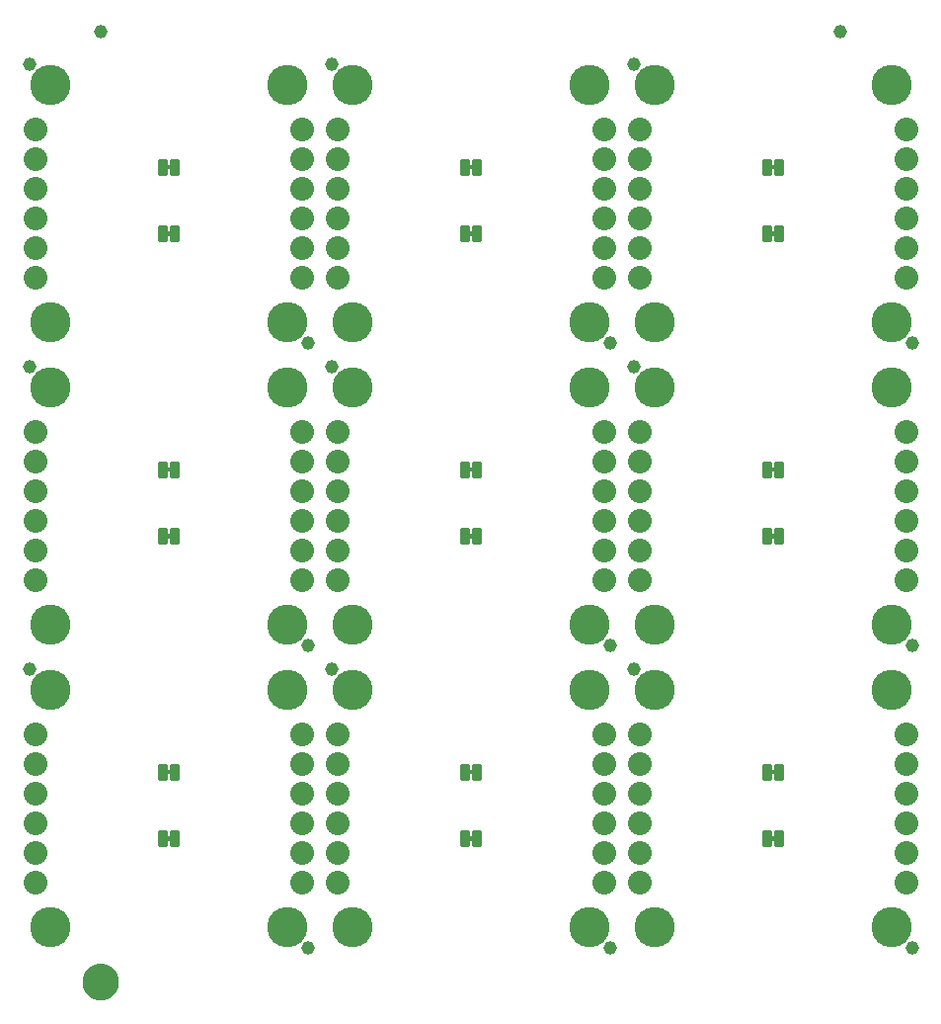
<source format=gbs>
G04 EAGLE Gerber RS-274X export*
G75*
%MOMM*%
%FSLAX34Y34*%
%LPD*%
%INSoldermask Bottom*%
%IPPOS*%
%AMOC8*
5,1,8,0,0,1.08239X$1,22.5*%
G01*
%ADD10C,2.032000*%
%ADD11C,3.454400*%
%ADD12C,1.152400*%
%ADD13C,0.251966*%
%ADD14C,1.270000*%
%ADD15C,1.652400*%

G36*
X647130Y675017D02*
X647130Y675017D01*
X647196Y675019D01*
X647239Y675037D01*
X647286Y675045D01*
X647343Y675079D01*
X647403Y675104D01*
X647438Y675135D01*
X647479Y675160D01*
X647521Y675211D01*
X647569Y675255D01*
X647591Y675297D01*
X647620Y675334D01*
X647641Y675396D01*
X647672Y675455D01*
X647680Y675509D01*
X647692Y675546D01*
X647691Y675586D01*
X647699Y675640D01*
X647699Y678180D01*
X647688Y678245D01*
X647686Y678311D01*
X647668Y678354D01*
X647660Y678401D01*
X647626Y678458D01*
X647601Y678518D01*
X647570Y678553D01*
X647545Y678594D01*
X647494Y678636D01*
X647450Y678684D01*
X647408Y678706D01*
X647371Y678735D01*
X647309Y678756D01*
X647250Y678787D01*
X647196Y678795D01*
X647159Y678807D01*
X647119Y678806D01*
X647065Y678814D01*
X643255Y678814D01*
X643190Y678803D01*
X643124Y678801D01*
X643081Y678783D01*
X643034Y678775D01*
X642977Y678741D01*
X642917Y678716D01*
X642882Y678685D01*
X642841Y678660D01*
X642800Y678609D01*
X642751Y678565D01*
X642729Y678523D01*
X642700Y678486D01*
X642679Y678424D01*
X642648Y678365D01*
X642640Y678311D01*
X642628Y678274D01*
X642628Y678271D01*
X642629Y678234D01*
X642621Y678180D01*
X642621Y675640D01*
X642632Y675575D01*
X642634Y675509D01*
X642652Y675466D01*
X642660Y675419D01*
X642694Y675362D01*
X642719Y675302D01*
X642750Y675267D01*
X642775Y675226D01*
X642826Y675185D01*
X642870Y675136D01*
X642912Y675114D01*
X642949Y675085D01*
X643011Y675064D01*
X643070Y675033D01*
X643124Y675025D01*
X643161Y675013D01*
X643201Y675014D01*
X643255Y675006D01*
X647065Y675006D01*
X647130Y675017D01*
G37*
G36*
X388050Y675017D02*
X388050Y675017D01*
X388116Y675019D01*
X388159Y675037D01*
X388206Y675045D01*
X388263Y675079D01*
X388323Y675104D01*
X388358Y675135D01*
X388399Y675160D01*
X388441Y675211D01*
X388489Y675255D01*
X388511Y675297D01*
X388540Y675334D01*
X388561Y675396D01*
X388592Y675455D01*
X388600Y675509D01*
X388612Y675546D01*
X388611Y675586D01*
X388619Y675640D01*
X388619Y678180D01*
X388608Y678245D01*
X388606Y678311D01*
X388588Y678354D01*
X388580Y678401D01*
X388546Y678458D01*
X388521Y678518D01*
X388490Y678553D01*
X388465Y678594D01*
X388414Y678636D01*
X388370Y678684D01*
X388328Y678706D01*
X388291Y678735D01*
X388229Y678756D01*
X388170Y678787D01*
X388116Y678795D01*
X388079Y678807D01*
X388039Y678806D01*
X387985Y678814D01*
X384175Y678814D01*
X384110Y678803D01*
X384044Y678801D01*
X384001Y678783D01*
X383954Y678775D01*
X383897Y678741D01*
X383837Y678716D01*
X383802Y678685D01*
X383761Y678660D01*
X383720Y678609D01*
X383671Y678565D01*
X383649Y678523D01*
X383620Y678486D01*
X383599Y678424D01*
X383568Y678365D01*
X383560Y678311D01*
X383548Y678274D01*
X383548Y678271D01*
X383549Y678234D01*
X383541Y678180D01*
X383541Y675640D01*
X383552Y675575D01*
X383554Y675509D01*
X383572Y675466D01*
X383580Y675419D01*
X383614Y675362D01*
X383639Y675302D01*
X383670Y675267D01*
X383695Y675226D01*
X383746Y675185D01*
X383790Y675136D01*
X383832Y675114D01*
X383869Y675085D01*
X383931Y675064D01*
X383990Y675033D01*
X384044Y675025D01*
X384081Y675013D01*
X384121Y675014D01*
X384175Y675006D01*
X387985Y675006D01*
X388050Y675017D01*
G37*
G36*
X128970Y675017D02*
X128970Y675017D01*
X129036Y675019D01*
X129079Y675037D01*
X129126Y675045D01*
X129183Y675079D01*
X129243Y675104D01*
X129278Y675135D01*
X129319Y675160D01*
X129361Y675211D01*
X129409Y675255D01*
X129431Y675297D01*
X129460Y675334D01*
X129481Y675396D01*
X129512Y675455D01*
X129520Y675509D01*
X129532Y675546D01*
X129531Y675586D01*
X129539Y675640D01*
X129539Y678180D01*
X129528Y678245D01*
X129526Y678311D01*
X129508Y678354D01*
X129500Y678401D01*
X129466Y678458D01*
X129441Y678518D01*
X129410Y678553D01*
X129385Y678594D01*
X129334Y678636D01*
X129290Y678684D01*
X129248Y678706D01*
X129211Y678735D01*
X129149Y678756D01*
X129090Y678787D01*
X129036Y678795D01*
X128999Y678807D01*
X128959Y678806D01*
X128905Y678814D01*
X125095Y678814D01*
X125030Y678803D01*
X124964Y678801D01*
X124921Y678783D01*
X124874Y678775D01*
X124817Y678741D01*
X124757Y678716D01*
X124722Y678685D01*
X124681Y678660D01*
X124640Y678609D01*
X124591Y678565D01*
X124569Y678523D01*
X124540Y678486D01*
X124519Y678424D01*
X124488Y678365D01*
X124480Y678311D01*
X124468Y678274D01*
X124468Y678271D01*
X124469Y678234D01*
X124461Y678180D01*
X124461Y675640D01*
X124472Y675575D01*
X124474Y675509D01*
X124492Y675466D01*
X124500Y675419D01*
X124534Y675362D01*
X124559Y675302D01*
X124590Y675267D01*
X124615Y675226D01*
X124666Y675185D01*
X124710Y675136D01*
X124752Y675114D01*
X124789Y675085D01*
X124851Y675064D01*
X124910Y675033D01*
X124964Y675025D01*
X125001Y675013D01*
X125041Y675014D01*
X125095Y675006D01*
X128905Y675006D01*
X128970Y675017D01*
G37*
G36*
X128970Y617867D02*
X128970Y617867D01*
X129036Y617869D01*
X129079Y617887D01*
X129126Y617895D01*
X129183Y617929D01*
X129243Y617954D01*
X129278Y617985D01*
X129319Y618010D01*
X129361Y618061D01*
X129409Y618105D01*
X129431Y618147D01*
X129460Y618184D01*
X129481Y618246D01*
X129512Y618305D01*
X129520Y618359D01*
X129532Y618396D01*
X129531Y618436D01*
X129539Y618490D01*
X129539Y621030D01*
X129528Y621095D01*
X129526Y621161D01*
X129508Y621204D01*
X129500Y621251D01*
X129466Y621308D01*
X129441Y621368D01*
X129410Y621403D01*
X129385Y621444D01*
X129334Y621486D01*
X129290Y621534D01*
X129248Y621556D01*
X129211Y621585D01*
X129149Y621606D01*
X129090Y621637D01*
X129036Y621645D01*
X128999Y621657D01*
X128959Y621656D01*
X128905Y621664D01*
X125095Y621664D01*
X125030Y621653D01*
X124964Y621651D01*
X124921Y621633D01*
X124874Y621625D01*
X124817Y621591D01*
X124757Y621566D01*
X124722Y621535D01*
X124681Y621510D01*
X124640Y621459D01*
X124591Y621415D01*
X124569Y621373D01*
X124540Y621336D01*
X124519Y621274D01*
X124488Y621215D01*
X124480Y621161D01*
X124468Y621124D01*
X124468Y621121D01*
X124469Y621084D01*
X124461Y621030D01*
X124461Y618490D01*
X124472Y618425D01*
X124474Y618359D01*
X124492Y618316D01*
X124500Y618269D01*
X124534Y618212D01*
X124559Y618152D01*
X124590Y618117D01*
X124615Y618076D01*
X124666Y618035D01*
X124710Y617986D01*
X124752Y617964D01*
X124789Y617935D01*
X124851Y617914D01*
X124910Y617883D01*
X124964Y617875D01*
X125001Y617863D01*
X125041Y617864D01*
X125095Y617856D01*
X128905Y617856D01*
X128970Y617867D01*
G37*
G36*
X647130Y617867D02*
X647130Y617867D01*
X647196Y617869D01*
X647239Y617887D01*
X647286Y617895D01*
X647343Y617929D01*
X647403Y617954D01*
X647438Y617985D01*
X647479Y618010D01*
X647521Y618061D01*
X647569Y618105D01*
X647591Y618147D01*
X647620Y618184D01*
X647641Y618246D01*
X647672Y618305D01*
X647680Y618359D01*
X647692Y618396D01*
X647691Y618436D01*
X647699Y618490D01*
X647699Y621030D01*
X647688Y621095D01*
X647686Y621161D01*
X647668Y621204D01*
X647660Y621251D01*
X647626Y621308D01*
X647601Y621368D01*
X647570Y621403D01*
X647545Y621444D01*
X647494Y621486D01*
X647450Y621534D01*
X647408Y621556D01*
X647371Y621585D01*
X647309Y621606D01*
X647250Y621637D01*
X647196Y621645D01*
X647159Y621657D01*
X647119Y621656D01*
X647065Y621664D01*
X643255Y621664D01*
X643190Y621653D01*
X643124Y621651D01*
X643081Y621633D01*
X643034Y621625D01*
X642977Y621591D01*
X642917Y621566D01*
X642882Y621535D01*
X642841Y621510D01*
X642800Y621459D01*
X642751Y621415D01*
X642729Y621373D01*
X642700Y621336D01*
X642679Y621274D01*
X642648Y621215D01*
X642640Y621161D01*
X642628Y621124D01*
X642628Y621121D01*
X642629Y621084D01*
X642621Y621030D01*
X642621Y618490D01*
X642632Y618425D01*
X642634Y618359D01*
X642652Y618316D01*
X642660Y618269D01*
X642694Y618212D01*
X642719Y618152D01*
X642750Y618117D01*
X642775Y618076D01*
X642826Y618035D01*
X642870Y617986D01*
X642912Y617964D01*
X642949Y617935D01*
X643011Y617914D01*
X643070Y617883D01*
X643124Y617875D01*
X643161Y617863D01*
X643201Y617864D01*
X643255Y617856D01*
X647065Y617856D01*
X647130Y617867D01*
G37*
G36*
X388050Y617867D02*
X388050Y617867D01*
X388116Y617869D01*
X388159Y617887D01*
X388206Y617895D01*
X388263Y617929D01*
X388323Y617954D01*
X388358Y617985D01*
X388399Y618010D01*
X388441Y618061D01*
X388489Y618105D01*
X388511Y618147D01*
X388540Y618184D01*
X388561Y618246D01*
X388592Y618305D01*
X388600Y618359D01*
X388612Y618396D01*
X388611Y618436D01*
X388619Y618490D01*
X388619Y621030D01*
X388608Y621095D01*
X388606Y621161D01*
X388588Y621204D01*
X388580Y621251D01*
X388546Y621308D01*
X388521Y621368D01*
X388490Y621403D01*
X388465Y621444D01*
X388414Y621486D01*
X388370Y621534D01*
X388328Y621556D01*
X388291Y621585D01*
X388229Y621606D01*
X388170Y621637D01*
X388116Y621645D01*
X388079Y621657D01*
X388039Y621656D01*
X387985Y621664D01*
X384175Y621664D01*
X384110Y621653D01*
X384044Y621651D01*
X384001Y621633D01*
X383954Y621625D01*
X383897Y621591D01*
X383837Y621566D01*
X383802Y621535D01*
X383761Y621510D01*
X383720Y621459D01*
X383671Y621415D01*
X383649Y621373D01*
X383620Y621336D01*
X383599Y621274D01*
X383568Y621215D01*
X383560Y621161D01*
X383548Y621124D01*
X383548Y621121D01*
X383549Y621084D01*
X383541Y621030D01*
X383541Y618490D01*
X383552Y618425D01*
X383554Y618359D01*
X383572Y618316D01*
X383580Y618269D01*
X383614Y618212D01*
X383639Y618152D01*
X383670Y618117D01*
X383695Y618076D01*
X383746Y618035D01*
X383790Y617986D01*
X383832Y617964D01*
X383869Y617935D01*
X383931Y617914D01*
X383990Y617883D01*
X384044Y617875D01*
X384081Y617863D01*
X384121Y617864D01*
X384175Y617856D01*
X387985Y617856D01*
X388050Y617867D01*
G37*
G36*
X647130Y415937D02*
X647130Y415937D01*
X647196Y415939D01*
X647239Y415957D01*
X647286Y415965D01*
X647343Y415999D01*
X647403Y416024D01*
X647438Y416055D01*
X647479Y416080D01*
X647521Y416131D01*
X647569Y416175D01*
X647591Y416217D01*
X647620Y416254D01*
X647641Y416316D01*
X647672Y416375D01*
X647680Y416429D01*
X647692Y416466D01*
X647691Y416506D01*
X647699Y416560D01*
X647699Y419100D01*
X647688Y419165D01*
X647686Y419231D01*
X647668Y419274D01*
X647660Y419321D01*
X647626Y419378D01*
X647601Y419438D01*
X647570Y419473D01*
X647545Y419514D01*
X647494Y419556D01*
X647450Y419604D01*
X647408Y419626D01*
X647371Y419655D01*
X647309Y419676D01*
X647250Y419707D01*
X647196Y419715D01*
X647159Y419727D01*
X647119Y419726D01*
X647065Y419734D01*
X643255Y419734D01*
X643190Y419723D01*
X643124Y419721D01*
X643081Y419703D01*
X643034Y419695D01*
X642977Y419661D01*
X642917Y419636D01*
X642882Y419605D01*
X642841Y419580D01*
X642800Y419529D01*
X642751Y419485D01*
X642729Y419443D01*
X642700Y419406D01*
X642679Y419344D01*
X642648Y419285D01*
X642640Y419231D01*
X642628Y419194D01*
X642628Y419191D01*
X642629Y419154D01*
X642621Y419100D01*
X642621Y416560D01*
X642632Y416495D01*
X642634Y416429D01*
X642652Y416386D01*
X642660Y416339D01*
X642694Y416282D01*
X642719Y416222D01*
X642750Y416187D01*
X642775Y416146D01*
X642826Y416105D01*
X642870Y416056D01*
X642912Y416034D01*
X642949Y416005D01*
X643011Y415984D01*
X643070Y415953D01*
X643124Y415945D01*
X643161Y415933D01*
X643201Y415934D01*
X643255Y415926D01*
X647065Y415926D01*
X647130Y415937D01*
G37*
G36*
X128970Y415937D02*
X128970Y415937D01*
X129036Y415939D01*
X129079Y415957D01*
X129126Y415965D01*
X129183Y415999D01*
X129243Y416024D01*
X129278Y416055D01*
X129319Y416080D01*
X129361Y416131D01*
X129409Y416175D01*
X129431Y416217D01*
X129460Y416254D01*
X129481Y416316D01*
X129512Y416375D01*
X129520Y416429D01*
X129532Y416466D01*
X129531Y416506D01*
X129539Y416560D01*
X129539Y419100D01*
X129528Y419165D01*
X129526Y419231D01*
X129508Y419274D01*
X129500Y419321D01*
X129466Y419378D01*
X129441Y419438D01*
X129410Y419473D01*
X129385Y419514D01*
X129334Y419556D01*
X129290Y419604D01*
X129248Y419626D01*
X129211Y419655D01*
X129149Y419676D01*
X129090Y419707D01*
X129036Y419715D01*
X128999Y419727D01*
X128959Y419726D01*
X128905Y419734D01*
X125095Y419734D01*
X125030Y419723D01*
X124964Y419721D01*
X124921Y419703D01*
X124874Y419695D01*
X124817Y419661D01*
X124757Y419636D01*
X124722Y419605D01*
X124681Y419580D01*
X124640Y419529D01*
X124591Y419485D01*
X124569Y419443D01*
X124540Y419406D01*
X124519Y419344D01*
X124488Y419285D01*
X124480Y419231D01*
X124468Y419194D01*
X124468Y419191D01*
X124469Y419154D01*
X124461Y419100D01*
X124461Y416560D01*
X124472Y416495D01*
X124474Y416429D01*
X124492Y416386D01*
X124500Y416339D01*
X124534Y416282D01*
X124559Y416222D01*
X124590Y416187D01*
X124615Y416146D01*
X124666Y416105D01*
X124710Y416056D01*
X124752Y416034D01*
X124789Y416005D01*
X124851Y415984D01*
X124910Y415953D01*
X124964Y415945D01*
X125001Y415933D01*
X125041Y415934D01*
X125095Y415926D01*
X128905Y415926D01*
X128970Y415937D01*
G37*
G36*
X388050Y415937D02*
X388050Y415937D01*
X388116Y415939D01*
X388159Y415957D01*
X388206Y415965D01*
X388263Y415999D01*
X388323Y416024D01*
X388358Y416055D01*
X388399Y416080D01*
X388441Y416131D01*
X388489Y416175D01*
X388511Y416217D01*
X388540Y416254D01*
X388561Y416316D01*
X388592Y416375D01*
X388600Y416429D01*
X388612Y416466D01*
X388611Y416506D01*
X388619Y416560D01*
X388619Y419100D01*
X388608Y419165D01*
X388606Y419231D01*
X388588Y419274D01*
X388580Y419321D01*
X388546Y419378D01*
X388521Y419438D01*
X388490Y419473D01*
X388465Y419514D01*
X388414Y419556D01*
X388370Y419604D01*
X388328Y419626D01*
X388291Y419655D01*
X388229Y419676D01*
X388170Y419707D01*
X388116Y419715D01*
X388079Y419727D01*
X388039Y419726D01*
X387985Y419734D01*
X384175Y419734D01*
X384110Y419723D01*
X384044Y419721D01*
X384001Y419703D01*
X383954Y419695D01*
X383897Y419661D01*
X383837Y419636D01*
X383802Y419605D01*
X383761Y419580D01*
X383720Y419529D01*
X383671Y419485D01*
X383649Y419443D01*
X383620Y419406D01*
X383599Y419344D01*
X383568Y419285D01*
X383560Y419231D01*
X383548Y419194D01*
X383548Y419191D01*
X383549Y419154D01*
X383541Y419100D01*
X383541Y416560D01*
X383552Y416495D01*
X383554Y416429D01*
X383572Y416386D01*
X383580Y416339D01*
X383614Y416282D01*
X383639Y416222D01*
X383670Y416187D01*
X383695Y416146D01*
X383746Y416105D01*
X383790Y416056D01*
X383832Y416034D01*
X383869Y416005D01*
X383931Y415984D01*
X383990Y415953D01*
X384044Y415945D01*
X384081Y415933D01*
X384121Y415934D01*
X384175Y415926D01*
X387985Y415926D01*
X388050Y415937D01*
G37*
G36*
X647130Y358787D02*
X647130Y358787D01*
X647196Y358789D01*
X647239Y358807D01*
X647286Y358815D01*
X647343Y358849D01*
X647403Y358874D01*
X647438Y358905D01*
X647479Y358930D01*
X647521Y358981D01*
X647569Y359025D01*
X647591Y359067D01*
X647620Y359104D01*
X647641Y359166D01*
X647672Y359225D01*
X647680Y359279D01*
X647692Y359316D01*
X647691Y359356D01*
X647699Y359410D01*
X647699Y361950D01*
X647688Y362015D01*
X647686Y362081D01*
X647668Y362124D01*
X647660Y362171D01*
X647626Y362228D01*
X647601Y362288D01*
X647570Y362323D01*
X647545Y362364D01*
X647494Y362406D01*
X647450Y362454D01*
X647408Y362476D01*
X647371Y362505D01*
X647309Y362526D01*
X647250Y362557D01*
X647196Y362565D01*
X647159Y362577D01*
X647119Y362576D01*
X647065Y362584D01*
X643255Y362584D01*
X643190Y362573D01*
X643124Y362571D01*
X643081Y362553D01*
X643034Y362545D01*
X642977Y362511D01*
X642917Y362486D01*
X642882Y362455D01*
X642841Y362430D01*
X642800Y362379D01*
X642751Y362335D01*
X642729Y362293D01*
X642700Y362256D01*
X642679Y362194D01*
X642648Y362135D01*
X642640Y362081D01*
X642628Y362044D01*
X642628Y362041D01*
X642629Y362004D01*
X642621Y361950D01*
X642621Y359410D01*
X642632Y359345D01*
X642634Y359279D01*
X642652Y359236D01*
X642660Y359189D01*
X642694Y359132D01*
X642719Y359072D01*
X642750Y359037D01*
X642775Y358996D01*
X642826Y358955D01*
X642870Y358906D01*
X642912Y358884D01*
X642949Y358855D01*
X643011Y358834D01*
X643070Y358803D01*
X643124Y358795D01*
X643161Y358783D01*
X643201Y358784D01*
X643255Y358776D01*
X647065Y358776D01*
X647130Y358787D01*
G37*
G36*
X388050Y358787D02*
X388050Y358787D01*
X388116Y358789D01*
X388159Y358807D01*
X388206Y358815D01*
X388263Y358849D01*
X388323Y358874D01*
X388358Y358905D01*
X388399Y358930D01*
X388441Y358981D01*
X388489Y359025D01*
X388511Y359067D01*
X388540Y359104D01*
X388561Y359166D01*
X388592Y359225D01*
X388600Y359279D01*
X388612Y359316D01*
X388611Y359356D01*
X388619Y359410D01*
X388619Y361950D01*
X388608Y362015D01*
X388606Y362081D01*
X388588Y362124D01*
X388580Y362171D01*
X388546Y362228D01*
X388521Y362288D01*
X388490Y362323D01*
X388465Y362364D01*
X388414Y362406D01*
X388370Y362454D01*
X388328Y362476D01*
X388291Y362505D01*
X388229Y362526D01*
X388170Y362557D01*
X388116Y362565D01*
X388079Y362577D01*
X388039Y362576D01*
X387985Y362584D01*
X384175Y362584D01*
X384110Y362573D01*
X384044Y362571D01*
X384001Y362553D01*
X383954Y362545D01*
X383897Y362511D01*
X383837Y362486D01*
X383802Y362455D01*
X383761Y362430D01*
X383720Y362379D01*
X383671Y362335D01*
X383649Y362293D01*
X383620Y362256D01*
X383599Y362194D01*
X383568Y362135D01*
X383560Y362081D01*
X383548Y362044D01*
X383548Y362041D01*
X383549Y362004D01*
X383541Y361950D01*
X383541Y359410D01*
X383552Y359345D01*
X383554Y359279D01*
X383572Y359236D01*
X383580Y359189D01*
X383614Y359132D01*
X383639Y359072D01*
X383670Y359037D01*
X383695Y358996D01*
X383746Y358955D01*
X383790Y358906D01*
X383832Y358884D01*
X383869Y358855D01*
X383931Y358834D01*
X383990Y358803D01*
X384044Y358795D01*
X384081Y358783D01*
X384121Y358784D01*
X384175Y358776D01*
X387985Y358776D01*
X388050Y358787D01*
G37*
G36*
X128970Y358787D02*
X128970Y358787D01*
X129036Y358789D01*
X129079Y358807D01*
X129126Y358815D01*
X129183Y358849D01*
X129243Y358874D01*
X129278Y358905D01*
X129319Y358930D01*
X129361Y358981D01*
X129409Y359025D01*
X129431Y359067D01*
X129460Y359104D01*
X129481Y359166D01*
X129512Y359225D01*
X129520Y359279D01*
X129532Y359316D01*
X129531Y359356D01*
X129539Y359410D01*
X129539Y361950D01*
X129528Y362015D01*
X129526Y362081D01*
X129508Y362124D01*
X129500Y362171D01*
X129466Y362228D01*
X129441Y362288D01*
X129410Y362323D01*
X129385Y362364D01*
X129334Y362406D01*
X129290Y362454D01*
X129248Y362476D01*
X129211Y362505D01*
X129149Y362526D01*
X129090Y362557D01*
X129036Y362565D01*
X128999Y362577D01*
X128959Y362576D01*
X128905Y362584D01*
X125095Y362584D01*
X125030Y362573D01*
X124964Y362571D01*
X124921Y362553D01*
X124874Y362545D01*
X124817Y362511D01*
X124757Y362486D01*
X124722Y362455D01*
X124681Y362430D01*
X124640Y362379D01*
X124591Y362335D01*
X124569Y362293D01*
X124540Y362256D01*
X124519Y362194D01*
X124488Y362135D01*
X124480Y362081D01*
X124468Y362044D01*
X124468Y362041D01*
X124469Y362004D01*
X124461Y361950D01*
X124461Y359410D01*
X124472Y359345D01*
X124474Y359279D01*
X124492Y359236D01*
X124500Y359189D01*
X124534Y359132D01*
X124559Y359072D01*
X124590Y359037D01*
X124615Y358996D01*
X124666Y358955D01*
X124710Y358906D01*
X124752Y358884D01*
X124789Y358855D01*
X124851Y358834D01*
X124910Y358803D01*
X124964Y358795D01*
X125001Y358783D01*
X125041Y358784D01*
X125095Y358776D01*
X128905Y358776D01*
X128970Y358787D01*
G37*
G36*
X647130Y156857D02*
X647130Y156857D01*
X647196Y156859D01*
X647239Y156877D01*
X647286Y156885D01*
X647343Y156919D01*
X647403Y156944D01*
X647438Y156975D01*
X647479Y157000D01*
X647521Y157051D01*
X647569Y157095D01*
X647591Y157137D01*
X647620Y157174D01*
X647641Y157236D01*
X647672Y157295D01*
X647680Y157349D01*
X647692Y157386D01*
X647691Y157426D01*
X647699Y157480D01*
X647699Y160020D01*
X647688Y160085D01*
X647686Y160151D01*
X647668Y160194D01*
X647660Y160241D01*
X647626Y160298D01*
X647601Y160358D01*
X647570Y160393D01*
X647545Y160434D01*
X647494Y160476D01*
X647450Y160524D01*
X647408Y160546D01*
X647371Y160575D01*
X647309Y160596D01*
X647250Y160627D01*
X647196Y160635D01*
X647159Y160647D01*
X647119Y160646D01*
X647065Y160654D01*
X643255Y160654D01*
X643190Y160643D01*
X643124Y160641D01*
X643081Y160623D01*
X643034Y160615D01*
X642977Y160581D01*
X642917Y160556D01*
X642882Y160525D01*
X642841Y160500D01*
X642800Y160449D01*
X642751Y160405D01*
X642729Y160363D01*
X642700Y160326D01*
X642679Y160264D01*
X642648Y160205D01*
X642640Y160151D01*
X642628Y160114D01*
X642628Y160111D01*
X642629Y160074D01*
X642621Y160020D01*
X642621Y157480D01*
X642632Y157415D01*
X642634Y157349D01*
X642652Y157306D01*
X642660Y157259D01*
X642694Y157202D01*
X642719Y157142D01*
X642750Y157107D01*
X642775Y157066D01*
X642826Y157025D01*
X642870Y156976D01*
X642912Y156954D01*
X642949Y156925D01*
X643011Y156904D01*
X643070Y156873D01*
X643124Y156865D01*
X643161Y156853D01*
X643201Y156854D01*
X643255Y156846D01*
X647065Y156846D01*
X647130Y156857D01*
G37*
G36*
X388050Y156857D02*
X388050Y156857D01*
X388116Y156859D01*
X388159Y156877D01*
X388206Y156885D01*
X388263Y156919D01*
X388323Y156944D01*
X388358Y156975D01*
X388399Y157000D01*
X388441Y157051D01*
X388489Y157095D01*
X388511Y157137D01*
X388540Y157174D01*
X388561Y157236D01*
X388592Y157295D01*
X388600Y157349D01*
X388612Y157386D01*
X388611Y157426D01*
X388619Y157480D01*
X388619Y160020D01*
X388608Y160085D01*
X388606Y160151D01*
X388588Y160194D01*
X388580Y160241D01*
X388546Y160298D01*
X388521Y160358D01*
X388490Y160393D01*
X388465Y160434D01*
X388414Y160476D01*
X388370Y160524D01*
X388328Y160546D01*
X388291Y160575D01*
X388229Y160596D01*
X388170Y160627D01*
X388116Y160635D01*
X388079Y160647D01*
X388039Y160646D01*
X387985Y160654D01*
X384175Y160654D01*
X384110Y160643D01*
X384044Y160641D01*
X384001Y160623D01*
X383954Y160615D01*
X383897Y160581D01*
X383837Y160556D01*
X383802Y160525D01*
X383761Y160500D01*
X383720Y160449D01*
X383671Y160405D01*
X383649Y160363D01*
X383620Y160326D01*
X383599Y160264D01*
X383568Y160205D01*
X383560Y160151D01*
X383548Y160114D01*
X383548Y160111D01*
X383549Y160074D01*
X383541Y160020D01*
X383541Y157480D01*
X383552Y157415D01*
X383554Y157349D01*
X383572Y157306D01*
X383580Y157259D01*
X383614Y157202D01*
X383639Y157142D01*
X383670Y157107D01*
X383695Y157066D01*
X383746Y157025D01*
X383790Y156976D01*
X383832Y156954D01*
X383869Y156925D01*
X383931Y156904D01*
X383990Y156873D01*
X384044Y156865D01*
X384081Y156853D01*
X384121Y156854D01*
X384175Y156846D01*
X387985Y156846D01*
X388050Y156857D01*
G37*
G36*
X128970Y156857D02*
X128970Y156857D01*
X129036Y156859D01*
X129079Y156877D01*
X129126Y156885D01*
X129183Y156919D01*
X129243Y156944D01*
X129278Y156975D01*
X129319Y157000D01*
X129361Y157051D01*
X129409Y157095D01*
X129431Y157137D01*
X129460Y157174D01*
X129481Y157236D01*
X129512Y157295D01*
X129520Y157349D01*
X129532Y157386D01*
X129531Y157426D01*
X129539Y157480D01*
X129539Y160020D01*
X129528Y160085D01*
X129526Y160151D01*
X129508Y160194D01*
X129500Y160241D01*
X129466Y160298D01*
X129441Y160358D01*
X129410Y160393D01*
X129385Y160434D01*
X129334Y160476D01*
X129290Y160524D01*
X129248Y160546D01*
X129211Y160575D01*
X129149Y160596D01*
X129090Y160627D01*
X129036Y160635D01*
X128999Y160647D01*
X128959Y160646D01*
X128905Y160654D01*
X125095Y160654D01*
X125030Y160643D01*
X124964Y160641D01*
X124921Y160623D01*
X124874Y160615D01*
X124817Y160581D01*
X124757Y160556D01*
X124722Y160525D01*
X124681Y160500D01*
X124640Y160449D01*
X124591Y160405D01*
X124569Y160363D01*
X124540Y160326D01*
X124519Y160264D01*
X124488Y160205D01*
X124480Y160151D01*
X124468Y160114D01*
X124468Y160111D01*
X124469Y160074D01*
X124461Y160020D01*
X124461Y157480D01*
X124472Y157415D01*
X124474Y157349D01*
X124492Y157306D01*
X124500Y157259D01*
X124534Y157202D01*
X124559Y157142D01*
X124590Y157107D01*
X124615Y157066D01*
X124666Y157025D01*
X124710Y156976D01*
X124752Y156954D01*
X124789Y156925D01*
X124851Y156904D01*
X124910Y156873D01*
X124964Y156865D01*
X125001Y156853D01*
X125041Y156854D01*
X125095Y156846D01*
X128905Y156846D01*
X128970Y156857D01*
G37*
G36*
X647130Y99707D02*
X647130Y99707D01*
X647196Y99709D01*
X647239Y99727D01*
X647286Y99735D01*
X647343Y99769D01*
X647403Y99794D01*
X647438Y99825D01*
X647479Y99850D01*
X647521Y99901D01*
X647569Y99945D01*
X647591Y99987D01*
X647620Y100024D01*
X647641Y100086D01*
X647672Y100145D01*
X647680Y100199D01*
X647692Y100236D01*
X647691Y100276D01*
X647699Y100330D01*
X647699Y102870D01*
X647688Y102935D01*
X647686Y103001D01*
X647668Y103044D01*
X647660Y103091D01*
X647626Y103148D01*
X647601Y103208D01*
X647570Y103243D01*
X647545Y103284D01*
X647494Y103326D01*
X647450Y103374D01*
X647408Y103396D01*
X647371Y103425D01*
X647309Y103446D01*
X647250Y103477D01*
X647196Y103485D01*
X647159Y103497D01*
X647119Y103496D01*
X647065Y103504D01*
X643255Y103504D01*
X643190Y103493D01*
X643124Y103491D01*
X643081Y103473D01*
X643034Y103465D01*
X642977Y103431D01*
X642917Y103406D01*
X642882Y103375D01*
X642841Y103350D01*
X642800Y103299D01*
X642751Y103255D01*
X642729Y103213D01*
X642700Y103176D01*
X642679Y103114D01*
X642648Y103055D01*
X642640Y103001D01*
X642628Y102964D01*
X642628Y102961D01*
X642629Y102924D01*
X642621Y102870D01*
X642621Y100330D01*
X642632Y100265D01*
X642634Y100199D01*
X642652Y100156D01*
X642660Y100109D01*
X642694Y100052D01*
X642719Y99992D01*
X642750Y99957D01*
X642775Y99916D01*
X642826Y99875D01*
X642870Y99826D01*
X642912Y99804D01*
X642949Y99775D01*
X643011Y99754D01*
X643070Y99723D01*
X643124Y99715D01*
X643161Y99703D01*
X643201Y99704D01*
X643255Y99696D01*
X647065Y99696D01*
X647130Y99707D01*
G37*
G36*
X388050Y99707D02*
X388050Y99707D01*
X388116Y99709D01*
X388159Y99727D01*
X388206Y99735D01*
X388263Y99769D01*
X388323Y99794D01*
X388358Y99825D01*
X388399Y99850D01*
X388441Y99901D01*
X388489Y99945D01*
X388511Y99987D01*
X388540Y100024D01*
X388561Y100086D01*
X388592Y100145D01*
X388600Y100199D01*
X388612Y100236D01*
X388611Y100276D01*
X388619Y100330D01*
X388619Y102870D01*
X388608Y102935D01*
X388606Y103001D01*
X388588Y103044D01*
X388580Y103091D01*
X388546Y103148D01*
X388521Y103208D01*
X388490Y103243D01*
X388465Y103284D01*
X388414Y103326D01*
X388370Y103374D01*
X388328Y103396D01*
X388291Y103425D01*
X388229Y103446D01*
X388170Y103477D01*
X388116Y103485D01*
X388079Y103497D01*
X388039Y103496D01*
X387985Y103504D01*
X384175Y103504D01*
X384110Y103493D01*
X384044Y103491D01*
X384001Y103473D01*
X383954Y103465D01*
X383897Y103431D01*
X383837Y103406D01*
X383802Y103375D01*
X383761Y103350D01*
X383720Y103299D01*
X383671Y103255D01*
X383649Y103213D01*
X383620Y103176D01*
X383599Y103114D01*
X383568Y103055D01*
X383560Y103001D01*
X383548Y102964D01*
X383548Y102961D01*
X383549Y102924D01*
X383541Y102870D01*
X383541Y100330D01*
X383552Y100265D01*
X383554Y100199D01*
X383572Y100156D01*
X383580Y100109D01*
X383614Y100052D01*
X383639Y99992D01*
X383670Y99957D01*
X383695Y99916D01*
X383746Y99875D01*
X383790Y99826D01*
X383832Y99804D01*
X383869Y99775D01*
X383931Y99754D01*
X383990Y99723D01*
X384044Y99715D01*
X384081Y99703D01*
X384121Y99704D01*
X384175Y99696D01*
X387985Y99696D01*
X388050Y99707D01*
G37*
G36*
X128970Y99707D02*
X128970Y99707D01*
X129036Y99709D01*
X129079Y99727D01*
X129126Y99735D01*
X129183Y99769D01*
X129243Y99794D01*
X129278Y99825D01*
X129319Y99850D01*
X129361Y99901D01*
X129409Y99945D01*
X129431Y99987D01*
X129460Y100024D01*
X129481Y100086D01*
X129512Y100145D01*
X129520Y100199D01*
X129532Y100236D01*
X129531Y100276D01*
X129539Y100330D01*
X129539Y102870D01*
X129528Y102935D01*
X129526Y103001D01*
X129508Y103044D01*
X129500Y103091D01*
X129466Y103148D01*
X129441Y103208D01*
X129410Y103243D01*
X129385Y103284D01*
X129334Y103326D01*
X129290Y103374D01*
X129248Y103396D01*
X129211Y103425D01*
X129149Y103446D01*
X129090Y103477D01*
X129036Y103485D01*
X128999Y103497D01*
X128959Y103496D01*
X128905Y103504D01*
X125095Y103504D01*
X125030Y103493D01*
X124964Y103491D01*
X124921Y103473D01*
X124874Y103465D01*
X124817Y103431D01*
X124757Y103406D01*
X124722Y103375D01*
X124681Y103350D01*
X124640Y103299D01*
X124591Y103255D01*
X124569Y103213D01*
X124540Y103176D01*
X124519Y103114D01*
X124488Y103055D01*
X124480Y103001D01*
X124468Y102964D01*
X124468Y102961D01*
X124469Y102924D01*
X124461Y102870D01*
X124461Y100330D01*
X124472Y100265D01*
X124474Y100199D01*
X124492Y100156D01*
X124500Y100109D01*
X124534Y100052D01*
X124559Y99992D01*
X124590Y99957D01*
X124615Y99916D01*
X124666Y99875D01*
X124710Y99826D01*
X124752Y99804D01*
X124789Y99775D01*
X124851Y99754D01*
X124910Y99723D01*
X124964Y99715D01*
X125001Y99703D01*
X125041Y99704D01*
X125095Y99696D01*
X128905Y99696D01*
X128970Y99707D01*
G37*
D10*
X241300Y63500D03*
X241300Y88900D03*
X241300Y114300D03*
X241300Y139700D03*
X241300Y165100D03*
X241300Y190500D03*
D11*
X25400Y25400D03*
X228600Y25400D03*
D12*
X7620Y246380D03*
X246380Y7620D03*
D10*
X12700Y190500D03*
X12700Y165100D03*
X12700Y139700D03*
X12700Y114300D03*
X12700Y88900D03*
X12700Y63500D03*
D11*
X228600Y228600D03*
X25400Y228600D03*
D13*
X129403Y164602D02*
X135011Y164602D01*
X135011Y152898D01*
X129403Y152898D01*
X129403Y164602D01*
X129403Y155292D02*
X135011Y155292D01*
X135011Y157686D02*
X129403Y157686D01*
X129403Y160080D02*
X135011Y160080D01*
X135011Y162474D02*
X129403Y162474D01*
X124597Y164602D02*
X118989Y164602D01*
X124597Y164602D02*
X124597Y152898D01*
X118989Y152898D01*
X118989Y164602D01*
X118989Y155292D02*
X124597Y155292D01*
X124597Y157686D02*
X118989Y157686D01*
X118989Y160080D02*
X124597Y160080D01*
X124597Y162474D02*
X118989Y162474D01*
X118989Y95748D02*
X124597Y95748D01*
X118989Y95748D02*
X118989Y107452D01*
X124597Y107452D01*
X124597Y95748D01*
X124597Y98142D02*
X118989Y98142D01*
X118989Y100536D02*
X124597Y100536D01*
X124597Y102930D02*
X118989Y102930D01*
X118989Y105324D02*
X124597Y105324D01*
X129403Y95748D02*
X135011Y95748D01*
X129403Y95748D02*
X129403Y107452D01*
X135011Y107452D01*
X135011Y95748D01*
X135011Y98142D02*
X129403Y98142D01*
X129403Y100536D02*
X135011Y100536D01*
X135011Y102930D02*
X129403Y102930D01*
X129403Y105324D02*
X135011Y105324D01*
D10*
X500380Y63500D03*
X500380Y88900D03*
X500380Y114300D03*
X500380Y139700D03*
X500380Y165100D03*
X500380Y190500D03*
D11*
X284480Y25400D03*
X487680Y25400D03*
D12*
X266700Y246380D03*
X505460Y7620D03*
D10*
X271780Y190500D03*
X271780Y165100D03*
X271780Y139700D03*
X271780Y114300D03*
X271780Y88900D03*
X271780Y63500D03*
D11*
X487680Y228600D03*
X284480Y228600D03*
D13*
X388483Y164602D02*
X394091Y164602D01*
X394091Y152898D01*
X388483Y152898D01*
X388483Y164602D01*
X388483Y155292D02*
X394091Y155292D01*
X394091Y157686D02*
X388483Y157686D01*
X388483Y160080D02*
X394091Y160080D01*
X394091Y162474D02*
X388483Y162474D01*
X383677Y164602D02*
X378069Y164602D01*
X383677Y164602D02*
X383677Y152898D01*
X378069Y152898D01*
X378069Y164602D01*
X378069Y155292D02*
X383677Y155292D01*
X383677Y157686D02*
X378069Y157686D01*
X378069Y160080D02*
X383677Y160080D01*
X383677Y162474D02*
X378069Y162474D01*
X378069Y95748D02*
X383677Y95748D01*
X378069Y95748D02*
X378069Y107452D01*
X383677Y107452D01*
X383677Y95748D01*
X383677Y98142D02*
X378069Y98142D01*
X378069Y100536D02*
X383677Y100536D01*
X383677Y102930D02*
X378069Y102930D01*
X378069Y105324D02*
X383677Y105324D01*
X388483Y95748D02*
X394091Y95748D01*
X388483Y95748D02*
X388483Y107452D01*
X394091Y107452D01*
X394091Y95748D01*
X394091Y98142D02*
X388483Y98142D01*
X388483Y100536D02*
X394091Y100536D01*
X394091Y102930D02*
X388483Y102930D01*
X388483Y105324D02*
X394091Y105324D01*
D10*
X759460Y63500D03*
X759460Y88900D03*
X759460Y114300D03*
X759460Y139700D03*
X759460Y165100D03*
X759460Y190500D03*
D11*
X543560Y25400D03*
X746760Y25400D03*
D12*
X525780Y246380D03*
X764540Y7620D03*
D10*
X530860Y190500D03*
X530860Y165100D03*
X530860Y139700D03*
X530860Y114300D03*
X530860Y88900D03*
X530860Y63500D03*
D11*
X746760Y228600D03*
X543560Y228600D03*
D13*
X647563Y164602D02*
X653171Y164602D01*
X653171Y152898D01*
X647563Y152898D01*
X647563Y164602D01*
X647563Y155292D02*
X653171Y155292D01*
X653171Y157686D02*
X647563Y157686D01*
X647563Y160080D02*
X653171Y160080D01*
X653171Y162474D02*
X647563Y162474D01*
X642757Y164602D02*
X637149Y164602D01*
X642757Y164602D02*
X642757Y152898D01*
X637149Y152898D01*
X637149Y164602D01*
X637149Y155292D02*
X642757Y155292D01*
X642757Y157686D02*
X637149Y157686D01*
X637149Y160080D02*
X642757Y160080D01*
X642757Y162474D02*
X637149Y162474D01*
X637149Y95748D02*
X642757Y95748D01*
X637149Y95748D02*
X637149Y107452D01*
X642757Y107452D01*
X642757Y95748D01*
X642757Y98142D02*
X637149Y98142D01*
X637149Y100536D02*
X642757Y100536D01*
X642757Y102930D02*
X637149Y102930D01*
X637149Y105324D02*
X642757Y105324D01*
X647563Y95748D02*
X653171Y95748D01*
X647563Y95748D02*
X647563Y107452D01*
X653171Y107452D01*
X653171Y95748D01*
X653171Y98142D02*
X647563Y98142D01*
X647563Y100536D02*
X653171Y100536D01*
X653171Y102930D02*
X647563Y102930D01*
X647563Y105324D02*
X653171Y105324D01*
D10*
X241300Y322580D03*
X241300Y347980D03*
X241300Y373380D03*
X241300Y398780D03*
X241300Y424180D03*
X241300Y449580D03*
D11*
X25400Y284480D03*
X228600Y284480D03*
D12*
X7620Y505460D03*
X246380Y266700D03*
D10*
X12700Y449580D03*
X12700Y424180D03*
X12700Y398780D03*
X12700Y373380D03*
X12700Y347980D03*
X12700Y322580D03*
D11*
X228600Y487680D03*
X25400Y487680D03*
D13*
X129403Y423682D02*
X135011Y423682D01*
X135011Y411978D01*
X129403Y411978D01*
X129403Y423682D01*
X129403Y414372D02*
X135011Y414372D01*
X135011Y416766D02*
X129403Y416766D01*
X129403Y419160D02*
X135011Y419160D01*
X135011Y421554D02*
X129403Y421554D01*
X124597Y423682D02*
X118989Y423682D01*
X124597Y423682D02*
X124597Y411978D01*
X118989Y411978D01*
X118989Y423682D01*
X118989Y414372D02*
X124597Y414372D01*
X124597Y416766D02*
X118989Y416766D01*
X118989Y419160D02*
X124597Y419160D01*
X124597Y421554D02*
X118989Y421554D01*
X118989Y354828D02*
X124597Y354828D01*
X118989Y354828D02*
X118989Y366532D01*
X124597Y366532D01*
X124597Y354828D01*
X124597Y357222D02*
X118989Y357222D01*
X118989Y359616D02*
X124597Y359616D01*
X124597Y362010D02*
X118989Y362010D01*
X118989Y364404D02*
X124597Y364404D01*
X129403Y354828D02*
X135011Y354828D01*
X129403Y354828D02*
X129403Y366532D01*
X135011Y366532D01*
X135011Y354828D01*
X135011Y357222D02*
X129403Y357222D01*
X129403Y359616D02*
X135011Y359616D01*
X135011Y362010D02*
X129403Y362010D01*
X129403Y364404D02*
X135011Y364404D01*
D10*
X500380Y322580D03*
X500380Y347980D03*
X500380Y373380D03*
X500380Y398780D03*
X500380Y424180D03*
X500380Y449580D03*
D11*
X284480Y284480D03*
X487680Y284480D03*
D12*
X266700Y505460D03*
X505460Y266700D03*
D10*
X271780Y449580D03*
X271780Y424180D03*
X271780Y398780D03*
X271780Y373380D03*
X271780Y347980D03*
X271780Y322580D03*
D11*
X487680Y487680D03*
X284480Y487680D03*
D13*
X388483Y423682D02*
X394091Y423682D01*
X394091Y411978D01*
X388483Y411978D01*
X388483Y423682D01*
X388483Y414372D02*
X394091Y414372D01*
X394091Y416766D02*
X388483Y416766D01*
X388483Y419160D02*
X394091Y419160D01*
X394091Y421554D02*
X388483Y421554D01*
X383677Y423682D02*
X378069Y423682D01*
X383677Y423682D02*
X383677Y411978D01*
X378069Y411978D01*
X378069Y423682D01*
X378069Y414372D02*
X383677Y414372D01*
X383677Y416766D02*
X378069Y416766D01*
X378069Y419160D02*
X383677Y419160D01*
X383677Y421554D02*
X378069Y421554D01*
X378069Y354828D02*
X383677Y354828D01*
X378069Y354828D02*
X378069Y366532D01*
X383677Y366532D01*
X383677Y354828D01*
X383677Y357222D02*
X378069Y357222D01*
X378069Y359616D02*
X383677Y359616D01*
X383677Y362010D02*
X378069Y362010D01*
X378069Y364404D02*
X383677Y364404D01*
X388483Y354828D02*
X394091Y354828D01*
X388483Y354828D02*
X388483Y366532D01*
X394091Y366532D01*
X394091Y354828D01*
X394091Y357222D02*
X388483Y357222D01*
X388483Y359616D02*
X394091Y359616D01*
X394091Y362010D02*
X388483Y362010D01*
X388483Y364404D02*
X394091Y364404D01*
D10*
X759460Y322580D03*
X759460Y347980D03*
X759460Y373380D03*
X759460Y398780D03*
X759460Y424180D03*
X759460Y449580D03*
D11*
X543560Y284480D03*
X746760Y284480D03*
D12*
X525780Y505460D03*
X764540Y266700D03*
D10*
X530860Y449580D03*
X530860Y424180D03*
X530860Y398780D03*
X530860Y373380D03*
X530860Y347980D03*
X530860Y322580D03*
D11*
X746760Y487680D03*
X543560Y487680D03*
D13*
X647563Y423682D02*
X653171Y423682D01*
X653171Y411978D01*
X647563Y411978D01*
X647563Y423682D01*
X647563Y414372D02*
X653171Y414372D01*
X653171Y416766D02*
X647563Y416766D01*
X647563Y419160D02*
X653171Y419160D01*
X653171Y421554D02*
X647563Y421554D01*
X642757Y423682D02*
X637149Y423682D01*
X642757Y423682D02*
X642757Y411978D01*
X637149Y411978D01*
X637149Y423682D01*
X637149Y414372D02*
X642757Y414372D01*
X642757Y416766D02*
X637149Y416766D01*
X637149Y419160D02*
X642757Y419160D01*
X642757Y421554D02*
X637149Y421554D01*
X637149Y354828D02*
X642757Y354828D01*
X637149Y354828D02*
X637149Y366532D01*
X642757Y366532D01*
X642757Y354828D01*
X642757Y357222D02*
X637149Y357222D01*
X637149Y359616D02*
X642757Y359616D01*
X642757Y362010D02*
X637149Y362010D01*
X637149Y364404D02*
X642757Y364404D01*
X647563Y354828D02*
X653171Y354828D01*
X647563Y354828D02*
X647563Y366532D01*
X653171Y366532D01*
X653171Y354828D01*
X653171Y357222D02*
X647563Y357222D01*
X647563Y359616D02*
X653171Y359616D01*
X653171Y362010D02*
X647563Y362010D01*
X647563Y364404D02*
X653171Y364404D01*
D10*
X241300Y581660D03*
X241300Y607060D03*
X241300Y632460D03*
X241300Y657860D03*
X241300Y683260D03*
X241300Y708660D03*
D11*
X25400Y543560D03*
X228600Y543560D03*
D12*
X7620Y764540D03*
X246380Y525780D03*
D10*
X12700Y708660D03*
X12700Y683260D03*
X12700Y657860D03*
X12700Y632460D03*
X12700Y607060D03*
X12700Y581660D03*
D11*
X228600Y746760D03*
X25400Y746760D03*
D13*
X129403Y682762D02*
X135011Y682762D01*
X135011Y671058D01*
X129403Y671058D01*
X129403Y682762D01*
X129403Y673452D02*
X135011Y673452D01*
X135011Y675846D02*
X129403Y675846D01*
X129403Y678240D02*
X135011Y678240D01*
X135011Y680634D02*
X129403Y680634D01*
X124597Y682762D02*
X118989Y682762D01*
X124597Y682762D02*
X124597Y671058D01*
X118989Y671058D01*
X118989Y682762D01*
X118989Y673452D02*
X124597Y673452D01*
X124597Y675846D02*
X118989Y675846D01*
X118989Y678240D02*
X124597Y678240D01*
X124597Y680634D02*
X118989Y680634D01*
X118989Y613908D02*
X124597Y613908D01*
X118989Y613908D02*
X118989Y625612D01*
X124597Y625612D01*
X124597Y613908D01*
X124597Y616302D02*
X118989Y616302D01*
X118989Y618696D02*
X124597Y618696D01*
X124597Y621090D02*
X118989Y621090D01*
X118989Y623484D02*
X124597Y623484D01*
X129403Y613908D02*
X135011Y613908D01*
X129403Y613908D02*
X129403Y625612D01*
X135011Y625612D01*
X135011Y613908D01*
X135011Y616302D02*
X129403Y616302D01*
X129403Y618696D02*
X135011Y618696D01*
X135011Y621090D02*
X129403Y621090D01*
X129403Y623484D02*
X135011Y623484D01*
D10*
X500380Y581660D03*
X500380Y607060D03*
X500380Y632460D03*
X500380Y657860D03*
X500380Y683260D03*
X500380Y708660D03*
D11*
X284480Y543560D03*
X487680Y543560D03*
D12*
X266700Y764540D03*
X505460Y525780D03*
D10*
X271780Y708660D03*
X271780Y683260D03*
X271780Y657860D03*
X271780Y632460D03*
X271780Y607060D03*
X271780Y581660D03*
D11*
X487680Y746760D03*
X284480Y746760D03*
D13*
X388483Y682762D02*
X394091Y682762D01*
X394091Y671058D01*
X388483Y671058D01*
X388483Y682762D01*
X388483Y673452D02*
X394091Y673452D01*
X394091Y675846D02*
X388483Y675846D01*
X388483Y678240D02*
X394091Y678240D01*
X394091Y680634D02*
X388483Y680634D01*
X383677Y682762D02*
X378069Y682762D01*
X383677Y682762D02*
X383677Y671058D01*
X378069Y671058D01*
X378069Y682762D01*
X378069Y673452D02*
X383677Y673452D01*
X383677Y675846D02*
X378069Y675846D01*
X378069Y678240D02*
X383677Y678240D01*
X383677Y680634D02*
X378069Y680634D01*
X378069Y613908D02*
X383677Y613908D01*
X378069Y613908D02*
X378069Y625612D01*
X383677Y625612D01*
X383677Y613908D01*
X383677Y616302D02*
X378069Y616302D01*
X378069Y618696D02*
X383677Y618696D01*
X383677Y621090D02*
X378069Y621090D01*
X378069Y623484D02*
X383677Y623484D01*
X388483Y613908D02*
X394091Y613908D01*
X388483Y613908D02*
X388483Y625612D01*
X394091Y625612D01*
X394091Y613908D01*
X394091Y616302D02*
X388483Y616302D01*
X388483Y618696D02*
X394091Y618696D01*
X394091Y621090D02*
X388483Y621090D01*
X388483Y623484D02*
X394091Y623484D01*
D10*
X759460Y581660D03*
X759460Y607060D03*
X759460Y632460D03*
X759460Y657860D03*
X759460Y683260D03*
X759460Y708660D03*
D11*
X543560Y543560D03*
X746760Y543560D03*
D12*
X525780Y764540D03*
X764540Y525780D03*
D10*
X530860Y708660D03*
X530860Y683260D03*
X530860Y657860D03*
X530860Y632460D03*
X530860Y607060D03*
X530860Y581660D03*
D11*
X746760Y746760D03*
X543560Y746760D03*
D13*
X647563Y682762D02*
X653171Y682762D01*
X653171Y671058D01*
X647563Y671058D01*
X647563Y682762D01*
X647563Y673452D02*
X653171Y673452D01*
X653171Y675846D02*
X647563Y675846D01*
X647563Y678240D02*
X653171Y678240D01*
X653171Y680634D02*
X647563Y680634D01*
X642757Y682762D02*
X637149Y682762D01*
X642757Y682762D02*
X642757Y671058D01*
X637149Y671058D01*
X637149Y682762D01*
X637149Y673452D02*
X642757Y673452D01*
X642757Y675846D02*
X637149Y675846D01*
X637149Y678240D02*
X642757Y678240D01*
X642757Y680634D02*
X637149Y680634D01*
X637149Y613908D02*
X642757Y613908D01*
X637149Y613908D02*
X637149Y625612D01*
X642757Y625612D01*
X642757Y613908D01*
X642757Y616302D02*
X637149Y616302D01*
X637149Y618696D02*
X642757Y618696D01*
X642757Y621090D02*
X637149Y621090D01*
X637149Y623484D02*
X642757Y623484D01*
X647563Y613908D02*
X653171Y613908D01*
X647563Y613908D02*
X647563Y625612D01*
X653171Y625612D01*
X653171Y613908D01*
X653171Y616302D02*
X647563Y616302D01*
X647563Y618696D02*
X653171Y618696D01*
X653171Y621090D02*
X647563Y621090D01*
X647563Y623484D02*
X653171Y623484D01*
D12*
X68580Y793115D03*
X702945Y793115D03*
D14*
X59525Y-20955D02*
X59528Y-20733D01*
X59536Y-20511D01*
X59550Y-20289D01*
X59569Y-20067D01*
X59593Y-19847D01*
X59623Y-19626D01*
X59658Y-19407D01*
X59699Y-19188D01*
X59745Y-18971D01*
X59796Y-18755D01*
X59853Y-18540D01*
X59915Y-18326D01*
X59982Y-18115D01*
X60054Y-17904D01*
X60132Y-17696D01*
X60214Y-17490D01*
X60302Y-17286D01*
X60394Y-17083D01*
X60492Y-16884D01*
X60594Y-16687D01*
X60701Y-16492D01*
X60813Y-16300D01*
X60930Y-16111D01*
X61051Y-15924D01*
X61177Y-15741D01*
X61307Y-15561D01*
X61442Y-15384D01*
X61580Y-15211D01*
X61723Y-15041D01*
X61871Y-14874D01*
X62022Y-14711D01*
X62177Y-14552D01*
X62336Y-14397D01*
X62499Y-14246D01*
X62666Y-14098D01*
X62836Y-13955D01*
X63009Y-13817D01*
X63186Y-13682D01*
X63366Y-13552D01*
X63549Y-13426D01*
X63736Y-13305D01*
X63925Y-13188D01*
X64117Y-13076D01*
X64312Y-12969D01*
X64509Y-12867D01*
X64708Y-12769D01*
X64911Y-12677D01*
X65115Y-12589D01*
X65321Y-12507D01*
X65529Y-12429D01*
X65740Y-12357D01*
X65951Y-12290D01*
X66165Y-12228D01*
X66380Y-12171D01*
X66596Y-12120D01*
X66813Y-12074D01*
X67032Y-12033D01*
X67251Y-11998D01*
X67472Y-11968D01*
X67692Y-11944D01*
X67914Y-11925D01*
X68136Y-11911D01*
X68358Y-11903D01*
X68580Y-11900D01*
X68802Y-11903D01*
X69024Y-11911D01*
X69246Y-11925D01*
X69468Y-11944D01*
X69688Y-11968D01*
X69909Y-11998D01*
X70128Y-12033D01*
X70347Y-12074D01*
X70564Y-12120D01*
X70780Y-12171D01*
X70995Y-12228D01*
X71209Y-12290D01*
X71420Y-12357D01*
X71631Y-12429D01*
X71839Y-12507D01*
X72045Y-12589D01*
X72249Y-12677D01*
X72452Y-12769D01*
X72651Y-12867D01*
X72848Y-12969D01*
X73043Y-13076D01*
X73235Y-13188D01*
X73424Y-13305D01*
X73611Y-13426D01*
X73794Y-13552D01*
X73974Y-13682D01*
X74151Y-13817D01*
X74324Y-13955D01*
X74494Y-14098D01*
X74661Y-14246D01*
X74824Y-14397D01*
X74983Y-14552D01*
X75138Y-14711D01*
X75289Y-14874D01*
X75437Y-15041D01*
X75580Y-15211D01*
X75718Y-15384D01*
X75853Y-15561D01*
X75983Y-15741D01*
X76109Y-15924D01*
X76230Y-16111D01*
X76347Y-16300D01*
X76459Y-16492D01*
X76566Y-16687D01*
X76668Y-16884D01*
X76766Y-17083D01*
X76858Y-17286D01*
X76946Y-17490D01*
X77028Y-17696D01*
X77106Y-17904D01*
X77178Y-18115D01*
X77245Y-18326D01*
X77307Y-18540D01*
X77364Y-18755D01*
X77415Y-18971D01*
X77461Y-19188D01*
X77502Y-19407D01*
X77537Y-19626D01*
X77567Y-19847D01*
X77591Y-20067D01*
X77610Y-20289D01*
X77624Y-20511D01*
X77632Y-20733D01*
X77635Y-20955D01*
X77632Y-21177D01*
X77624Y-21399D01*
X77610Y-21621D01*
X77591Y-21843D01*
X77567Y-22063D01*
X77537Y-22284D01*
X77502Y-22503D01*
X77461Y-22722D01*
X77415Y-22939D01*
X77364Y-23155D01*
X77307Y-23370D01*
X77245Y-23584D01*
X77178Y-23795D01*
X77106Y-24006D01*
X77028Y-24214D01*
X76946Y-24420D01*
X76858Y-24624D01*
X76766Y-24827D01*
X76668Y-25026D01*
X76566Y-25223D01*
X76459Y-25418D01*
X76347Y-25610D01*
X76230Y-25799D01*
X76109Y-25986D01*
X75983Y-26169D01*
X75853Y-26349D01*
X75718Y-26526D01*
X75580Y-26699D01*
X75437Y-26869D01*
X75289Y-27036D01*
X75138Y-27199D01*
X74983Y-27358D01*
X74824Y-27513D01*
X74661Y-27664D01*
X74494Y-27812D01*
X74324Y-27955D01*
X74151Y-28093D01*
X73974Y-28228D01*
X73794Y-28358D01*
X73611Y-28484D01*
X73424Y-28605D01*
X73235Y-28722D01*
X73043Y-28834D01*
X72848Y-28941D01*
X72651Y-29043D01*
X72452Y-29141D01*
X72249Y-29233D01*
X72045Y-29321D01*
X71839Y-29403D01*
X71631Y-29481D01*
X71420Y-29553D01*
X71209Y-29620D01*
X70995Y-29682D01*
X70780Y-29739D01*
X70564Y-29790D01*
X70347Y-29836D01*
X70128Y-29877D01*
X69909Y-29912D01*
X69688Y-29942D01*
X69468Y-29966D01*
X69246Y-29985D01*
X69024Y-29999D01*
X68802Y-30007D01*
X68580Y-30010D01*
X68358Y-30007D01*
X68136Y-29999D01*
X67914Y-29985D01*
X67692Y-29966D01*
X67472Y-29942D01*
X67251Y-29912D01*
X67032Y-29877D01*
X66813Y-29836D01*
X66596Y-29790D01*
X66380Y-29739D01*
X66165Y-29682D01*
X65951Y-29620D01*
X65740Y-29553D01*
X65529Y-29481D01*
X65321Y-29403D01*
X65115Y-29321D01*
X64911Y-29233D01*
X64708Y-29141D01*
X64509Y-29043D01*
X64312Y-28941D01*
X64117Y-28834D01*
X63925Y-28722D01*
X63736Y-28605D01*
X63549Y-28484D01*
X63366Y-28358D01*
X63186Y-28228D01*
X63009Y-28093D01*
X62836Y-27955D01*
X62666Y-27812D01*
X62499Y-27664D01*
X62336Y-27513D01*
X62177Y-27358D01*
X62022Y-27199D01*
X61871Y-27036D01*
X61723Y-26869D01*
X61580Y-26699D01*
X61442Y-26526D01*
X61307Y-26349D01*
X61177Y-26169D01*
X61051Y-25986D01*
X60930Y-25799D01*
X60813Y-25610D01*
X60701Y-25418D01*
X60594Y-25223D01*
X60492Y-25026D01*
X60394Y-24827D01*
X60302Y-24624D01*
X60214Y-24420D01*
X60132Y-24214D01*
X60054Y-24006D01*
X59982Y-23795D01*
X59915Y-23584D01*
X59853Y-23370D01*
X59796Y-23155D01*
X59745Y-22939D01*
X59699Y-22722D01*
X59658Y-22503D01*
X59623Y-22284D01*
X59593Y-22063D01*
X59569Y-21843D01*
X59550Y-21621D01*
X59536Y-21399D01*
X59528Y-21177D01*
X59525Y-20955D01*
D15*
X68580Y-20955D03*
M02*

</source>
